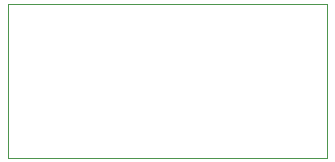
<source format=gbr>
G04 #@! TF.GenerationSoftware,KiCad,Pcbnew,(5.1.5-0-10_14)*
G04 #@! TF.CreationDate,2020-09-24T10:17:21-04:00*
G04 #@! TF.ProjectId,ESLO_RB,45534c4f-5f52-4422-9e6b-696361645f70,rev?*
G04 #@! TF.SameCoordinates,Original*
G04 #@! TF.FileFunction,Profile,NP*
%FSLAX46Y46*%
G04 Gerber Fmt 4.6, Leading zero omitted, Abs format (unit mm)*
G04 Created by KiCad (PCBNEW (5.1.5-0-10_14)) date 2020-09-24 10:17:21*
%MOMM*%
%LPD*%
G04 APERTURE LIST*
%ADD10C,0.050000*%
G04 APERTURE END LIST*
D10*
X124500000Y-102700000D02*
X124500000Y-89700000D01*
X151500000Y-102700000D02*
X124500000Y-102700000D01*
X151500000Y-89700000D02*
X151500000Y-102700000D01*
X124500000Y-89700000D02*
X151500000Y-89700000D01*
M02*

</source>
